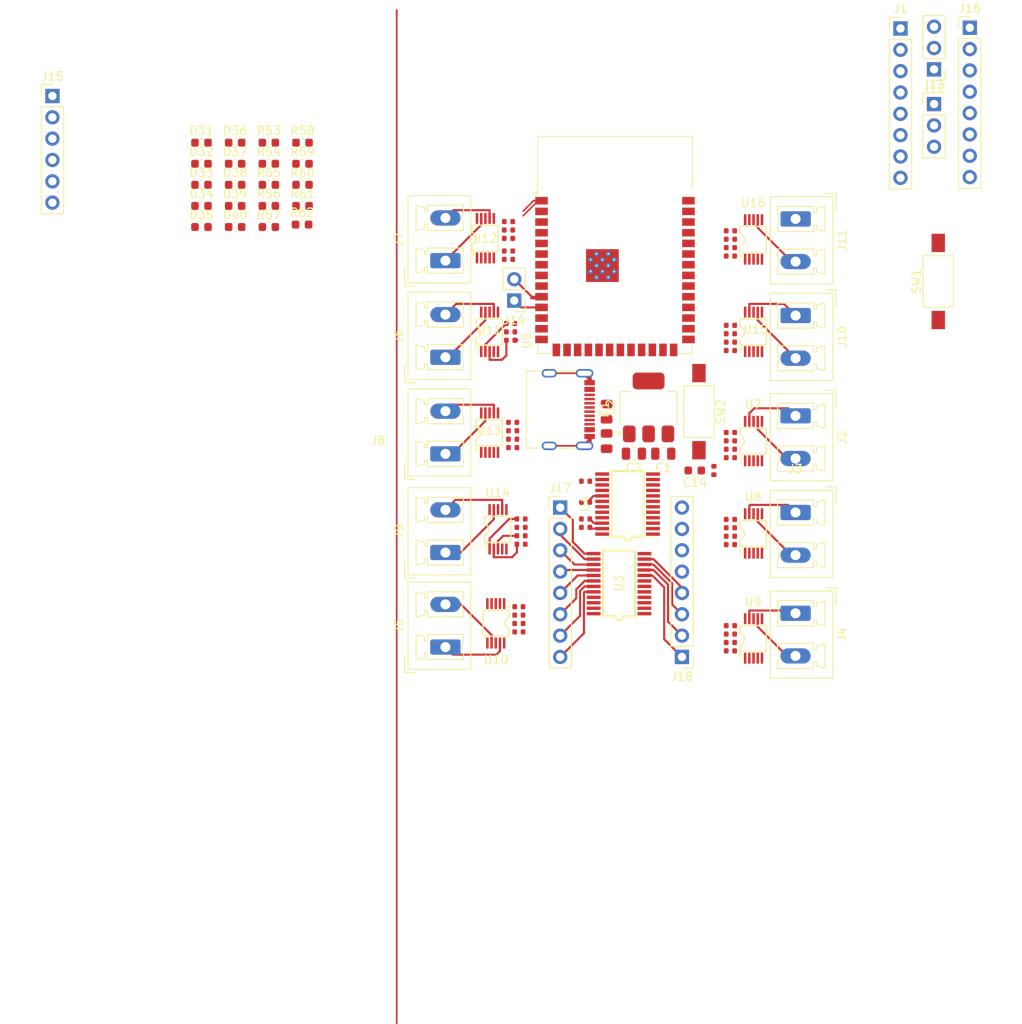
<source format=kicad_pcb>
(kicad_pcb (version 20241229) (generator "pcbnew") (generator_version "9.0")
  (layers (0 "F.Cu" signal) (2 "B.Cu" signal) (13 "F.Paste" user) (15 "B.Paste" user) (5 "F.SilkS" user "F.Silkscreen") (7 "B.SilkS" user "B.Silkscreen") (1 "F.Mask" user) (3 "B.Mask" user) (25 "Edge.Cuts" user))
  (net 0 "")
  (net 1 "/EN_PIN")
  (net 2 "+3.3V")
  (net 3 "+5V")
  (net 4 "Net-(U7-REG)")
  (net 5 "GND")
  (net 6 "Net-(U8-REG)")
  (net 7 "Net-(U9-REG)")
  (net 8 "Net-(U10-REG)")
  (net 9 "Net-(U11-REG)")
  (net 10 "Net-(U12-REG)")
  (net 11 "Net-(U13-REG)")
  (net 12 "Net-(U14-REG)")
  (net 13 "Net-(U15-REG)")
  (net 14 "Net-(U16-REG)")
  (net 15 "Net-(P1-D+)")
  (net 16 "Net-(P1-CC)")
  (net 17 "Net-(P1-VCONN)")
  (net 18 "/f1-reset")
  (net 19 "sda")
  (net 20 "scl")
  (net 21 "/f2-reset")
  (net 22 "/GPIOEN")
  (net 23 "Net-(J2-Pin_2)")
  (net 24 "Net-(J2-Pin_1)")
  (net 25 "Net-(J3-Pin_2)")
  (net 26 "Net-(J3-Pin_1)")
  (net 27 "Net-(J4-Pin_1)")
  (net 28 "Net-(J4-Pin_2)")
  (net 29 "Net-(J5-Pin_2)")
  (net 30 "Net-(J5-Pin_1)")
  (net 31 "Net-(J6-Pin_2)")
  (net 32 "Net-(J6-Pin_1)")
  (net 33 "Net-(J7-Pin_1)")
  (net 34 "Net-(J7-Pin_2)")
  (net 35 "Net-(J8-Pin_1)")
  (net 36 "Net-(J8-Pin_2)")
  (net 37 "Net-(J9-Pin_1)")
  (net 38 "Net-(J9-Pin_2)")
  (net 40 "Net-(J10-Pin_1)")
  (net 41 "Net-(J10-Pin_2)")
  (net 42 "Net-(J11-Pin_2)")
  (net 43 "Net-(J11-Pin_1)")
  (net 44 "/f1-sd7")
  (net 45 "/f1-sd6")
  (net 46 "/f1-sd0")
  (net 47 "/f1-sd1")
  (net 48 "/f1-sd2")
  (net 49 "/f1-sd3")
  (net 50 "/f1-sd5")
  (net 51 "/f1-sd4")
  (net 52 "/f2-sd0")
  (net 53 "/f2-sd1")
  (net 54 "/f1-sc7")
  (net 55 "/f1-sc6")
  (net 56 "/f1-sc0")
  (net 57 "/f1-sc1")
  (net 58 "/f1-sc2")
  (net 59 "/f1-sc3")
  (net 60 "/f1-sc5")
  (net 61 "/f1-sc4")
  (net 62 "/f2-sc0")
  (net 63 "/f2-sc1")
  (net 64 "Net-(D31-A)")
  (net 65 "Net-(D32-A)")
  (net 66 "Net-(D33-A)")
  (net 67 "Net-(D34-A)")
  (net 68 "Net-(D35-A)")
  (net 69 "Net-(D36-A)")
  (net 70 "Net-(D37-A)")
  (net 71 "Net-(D38-A)")
  (net 72 "Net-(D39-A)")
  (net 73 "Net-(D40-A)")
  (net 74 "Net-(J1-Pin_2)")
  (net 75 "Net-(J1-Pin_1)")
  (net 76 "Net-(J1-Pin_5)")
  (net 77 "Net-(J1-Pin_7)")
  (net 78 "Net-(J1-Pin_8)")
  (net 79 "Net-(J1-Pin_3)")
  (net 80 "Net-(J1-Pin_4)")
  (net 81 "Net-(J1-Pin_6)")
  (net 82 "Net-(J12-Pin_1)")
  (net 83 "Net-(J12-Pin_3)")
  (net 84 "Net-(J12-Pin_2)")
  (net 85 "Net-(J13-Pin_1)")
  (net 86 "Net-(J13-Pin_2)")
  (net 87 "Net-(J13-Pin_3)")
  (net 88 "Net-(J14-Pin_1)")
  (net 89 "Net-(J14-Pin_2)")
  (net 90 "/rx")
  (net 91 "Net-(J15-Pin_6)")
  (net 92 "/tx")
  (net 94 "Net-(J17-Pin_3)")
  (net 95 "Net-(J17-Pin_6)")
  (net 96 "Net-(J17-Pin_4)")
  (net 97 "Net-(J17-Pin_7)")
  (net 98 "Net-(J17-Pin_2)")
  (net 99 "Net-(J17-Pin_1)")
  (net 100 "Net-(J17-Pin_8)")
  (net 101 "Net-(J17-Pin_5)")
  (net 102 "Net-(J18-Pin_3)")
  (net 103 "Net-(J18-Pin_7)")
  (net 104 "Net-(J18-Pin_1)")
  (net 105 "Net-(J18-Pin_6)")
  (net 106 "Net-(J18-Pin_2)")
  (net 107 "Net-(J18-Pin_5)")
  (net 108 "Net-(J18-Pin_8)")
  (net 109 "Net-(J18-Pin_4)")
  (net 110 "Net-(P1-D-)")
  (net 111 "Net-(U5-IO5)")
  (net 112 "Net-(U5-IO4)")
  (net 113 "Net-(U5-IO6)")
  (net 114 "Net-(U5-IO7)")
  (net 115 "Net-(U5-IO15)")
  (net 116 "Net-(U5-IO16)")
  (net 117 "Net-(U5-IO11)")
  (net 118 "Net-(U5-IO12)")
  (net 119 "Net-(U5-IO13)")
  (net 120 "Net-(U5-IO14)")
  (net 121 "/BOOT_PIN")
  (footprint "PCM_JLCPCB:R_0402" (layer "F.Cu") (at 200.25 98.475171 180)
    (property "Reference" "R21" (hide yes))
    (property "Value" "4.7kΩ" (hide yes))
  )
  (footprint "Connector_PinHeader_2.54mm:PinHeader_1x03_P2.54mm_Vertical" (layer "F.Cu") (at 224.5 35.385)
    (property "Reference" "J13")
    (property "Value" "Conn_01x03_Pin")
  )
  (footprint "Connector_PinHeader_2.54mm:PinHeader_1x03_P2.54mm_Vertical" (layer "F.Cu") (at 224.5 31.255 180)
    (property "Reference" "J12")
    (property "Value" "Conn_01x03_Pin")
  )
  (footprint "Capacitor_SMD:C_0603_1608Metric" (layer "F.Cu") (at 141.265 39.98)
    (property "Reference" "D36")
    (property "Value" "LED")
  )
  (footprint "Connector_PinHeader_2.54mm:PinHeader_1x08_P2.54mm_Vertical" (layer "F.Cu") (at 179.977394 83.419937)
    (property "Reference" "J17")
    (property "Value" "Conn_01x08_Pin")
  )
  (footprint "PCM_JLCPCB:C_0402" (layer "F.Cu") (at 175.315 84.774829)
    (property "Reference" "C10" (hide yes))
    (property "Value" "1uF")
  )
  (footprint "Capacitor_SMD:C_0603_1608Metric" (layer "F.Cu") (at 145.275 47.51)
    (property "Reference" "R56")
    (property "Value" "220")
  )
  (footprint "Capacitor_SMD:C_0805_2012Metric" (layer "F.Cu") (at 188.75 77 180)
    (property "Reference" "C2")
    (property "Value" "10uF")
  )
  (footprint "PCM_JLCPCB:C_0402" (layer "F.Cu") (at 200.249873 86.825184 180)
    (property "Reference" "C32" (hide yes))
    (property "Value" "100nF")
  )
  (footprint "PCM_JLCPCB:R_0402" (layer "F.Cu") (at 175.05 95.217329)
    (property "Reference" "R32" (hide yes))
    (property "Value" "4.7kΩ" (hide yes))
  )
  (footprint "Capacitor_SMD:C_0603_1608Metric" (layer "F.Cu") (at 141.265 45)
    (property "Reference" "D38")
    (property "Value" "LED")
  )
  (footprint "PCM_JLCPCB:R_0402" (layer "F.Cu") (at 200.25 50.475171 180)
    (property "Reference" "R26" (hide yes))
    (property "Value" "4.7kΩ" (hide yes))
  )
  (footprint "PCM_JLCPCB:C_0402" (layer "F.Cu") (at 173.815 51.374842)
    (property "Reference" "C8" (hide yes))
    (property "Value" "1uF")
  )
  (footprint "PCM_JLCPCB:R_0402" (layer "F.Cu") (at 200.249873 84.825184 180)
    (property "Reference" "R30" (hide yes))
    (property "Value" "4.7kΩ" (hide yes))
  )
  (footprint "PCM_JLCPCB:R_0402" (layer "F.Cu") (at 173.815 53.874842)
    (property "Reference" "R3" (hide yes))
    (property "Value" "4.7kΩ" (hide yes))
  )
  (footprint "Connector_Phoenix_MC_HighVoltage:PhoenixContact_MCV_1,5_2-G-5.08_1x02_P5.08mm_Vertical" (layer "F.Cu") (at 208.0075 60.5575 -90)
    (property "Reference" "J10")
    (property "Value" "Screw_Terminal_01x02")
  )
  (footprint "PCM_JLCPCB:C_0402" (layer "F.Cu") (at 173.815 50.374842)
    (property "Reference" "C27" (hide yes))
    (property "Value" "100nF")
  )
  (footprint "Capacitor_SMD:C_0603_1608Metric" (layer "F.Cu") (at 149.285 42.49)
    (property "Reference" "R59")
    (property "Value" "220")
  )
  (footprint "Package_TO_SOT_SMD:SOT-223-3_TabPin2" (layer "F.Cu") (at 190.5 71.5 90)
    (property "Reference" "U2")
    (property "Value" "AP1117-33")
  )
  (footprint "TCA9548APWR:driver_footprint_maybe" (layer "F.Cu") (at 203 99)
    (property "Reference" "U9")
    (property "Value" "DRV2605LDGSR")
  )
  (footprint "PCM_JLCPCB:R_0402" (layer "F.Cu") (at 175.315 87.774829)
    (property "Reference" "R34" (hide yes))
    (property "Value" "4.7kΩ" (hide yes))
  )
  (footprint "Capacitor_SMD:C_0603_1608Metric" (layer "F.Cu") (at 145.275 45)
    (property "Reference" "R55")
    (property "Value" "220")
  )
  (footprint "PCM_JLCPCB:R_0402" (layer "F.Cu") (at 200.25 53.475171 180)
    (property "Reference" "R36" (hide yes))
    (property "Value" "4.7kΩ" (hide yes))
  )
  (footprint "TCA9548APWR:driver_footprint_maybe" (layer "F.Cu") (at 171.065 51.350013)
    (property "Reference" "U12")
    (property "Value" "DRV2605LDGSR")
  )
  (footprint "PCM_JLCPCB:C_0402" (layer "F.Cu") (at 175.05 96.217329)
    (property "Reference" "C6" (hide yes))
    (property "Value" "1uF")
  )
  (footprint "Capacitor_SMD:C_0603_1608Metric" (layer "F.Cu") (at 149.285 39.98)
    (property "Reference" "R58")
    (property "Value" "220")
  )
  (footprint "PCM_JLCPCB:R_0402" (layer "F.Cu") (at 200.25 97.475171 180)
    (property "Reference" "R31" (hide yes))
    (property "Value" "4.7kΩ" (hide yes))
  )
  (footprint "PCM_JLCPCB:R_0402" (layer "F.Cu") (at 174.315 76.274829)
    (property "Reference" "R33" (hide yes))
    (property "Value" "4.7kΩ" (hide yes))
  )
  (footprint "PCM_JLCPCB:C_0402" (layer "F.Cu") (at 200.25 52.475171 180)
    (property "Reference" "C12" (hide yes))
    (property "Value" "1uF")
  )
  (footprint "PCM_JLCPCB:C_0402" (layer "F.Cu") (at 174.315 74.274829)
    (property "Reference" "C25" (hide yes))
    (property "Value" "100nF")
  )
  (footprint "Button_Switch_SMD:SW_SPST_FSMSM" (layer "F.Cu") (at 196.5 72 -90)
    (property "Reference" "SW2")
    (property "Value" "SW_SPST")
  )
  (footprint "PCM_JLCPCB:R_0402" (layer "F.Cu") (at 200.25 64.725171 180)
    (property "Reference" "R35" (hide yes))
    (property "Value" "4.7kΩ" (hide yes))
  )
  (footprint "Capacitor_SMD:C_0805_2012Metric" (layer "F.Cu") (at 192.25 77 180)
    (property "Reference" "C1")
    (property "Value" "22uF")
  )
  (footprint "PCM_JLCPCB:C_0402" (layer "F.Cu") (at 174.315 73.274829)
    (property "Reference" "C9" (hide yes))
    (property "Value" "1uF")
  )
  (footprint "TCA9548APWR:driver_footprint_maybe" (layer "F.Cu") (at 203 86.5)
    (property "Reference" "U8")
    (property "Value" "DRV2605LDGSR")
  )
  (footprint "PCM_JLCPCB:R_0402" (layer "F.Cu") (at 175.315 86.774829)
    (property "Reference" "R24" (hide yes))
    (property "Value" "4.7kΩ" (hide yes))
  )
  (footprint "Capacitor_SMD:C_0603_1608Metric" (layer "F.Cu") (at 141.265 47.51)
    (property "Reference" "D39")
    (property "Value" "LED")
  )
  (footprint "PCM_JLCPCB:R_0402" (layer "F.Cu") (at 200.25 74.475171 180)
    (property "Reference" "R29" (hide yes))
    (property "Value" "4.7kΩ" (hide yes))
  )
  (footprint "TCA9548APWR:TSSOP-24_L7.8-W4.4-P0.65-LS6.4-BL" (layer "F.Cu") (at 186.977394 92.475108 90)
    (property "Reference" "U3")
    (property "Value" "TCA9548APWR")
  )
  (footprint "Connector_PinHeader_2.54mm:PinHeader_1x06_P2.54mm_Vertical" (layer "F.Cu") (at 119.5 34.42)
    (property "Reference" "J15")
    (property "Value" "Conn_01x06_Pin")
  )
  (footprint "PCM_JLCPCB:R_0402" (layer "F.Cu") (at 173.815 52.874842)
    (property "Reference" "R5" (hide yes))
    (property "Value" "4.7kΩ" (hide yes))
  )
  (footprint "Capacitor_SMD:C_0603_1608Metric" (layer "F.Cu") (at 141.265 42.49)
    (property "Reference" "D37")
    (property "Value" "LED")
  )
  (footprint "PCM_JLCPCB:C_0402" (layer "F.Cu") (at 200.25 99.475171 180)
    (property "Reference" "C33" (hide yes))
    (property "Value" "100nF")
  )
  (footprint "PCM_JLCPCB:R_0402" (layer "F.Cu") (at 174.065 61.5)
    (property "Reference" "R27" (hide yes))
    (property "Value" "4.7kΩ" (hide yes))
  )
  (footprint "Capacitor_SMD:C_0603_1608Metric" (layer "F.Cu") (at 149.285 47.51)
    (property "Reference" "R61")
    (property "Value" "220")
  )
  (footprint "TCA9548APWR:driver_footprint_maybe" (layer "F.Cu") (at 171.565 62.5)
    (property "Reference" "U11")
    (property "Value" "DRV2605LDGSR")
  )
  (footprint "Connector_Phoenix_MC_HighVoltage:PhoenixContact_MCV_1,5_2-G-5.08_1x02_P5.08mm_Vertical" (layer "F.Cu") (at 166.3075 65.5225 90)
    (property "Reference" "J6")
    (property "Value" "Screw_Terminal_01x02")
  )
  (footprint "Capacitor_SMD:C_0603_1608Metric" (layer "F.Cu") (at 196 79 180)
    (property "Reference" "C14")
    (property "Value" "100nF")
  )
  (footprint "PCM_JLCPCB:R_0402" (layer "F.Cu") (at 200.25 61.725171 180)
    (property "Reference" "R25" (hide yes))
    (property "Value" "4.7kΩ" (hide yes))
  )
  (footprint "PCM_JLCPCB:R_0402" (layer "F.Cu") (at 173.815 49.374842)
    (property "Reference" "R28" (hide yes))
    (property "Value" "4.7kΩ" (hide yes))
  )
  (footprint "PCM_JLCPCB:C_0402" (layer "F.Cu") (at 200.25 76.475171 180)
    (property "Reference" "C35" (hide yes))
    (property "Value" "100nF")
  )
  (footprint "PCM_JLCPCB:C_0402" (layer "F.Cu") (at 175.315 85.774829)
    (property "Reference" "C36" (hide yes))
    (property "Value" "100nF")
  )
  (footprint "PCM_JLCPCB:R_0402" (layer "F.Cu") (at 175.05 98.217329)
    (property "Reference" "R22" (hide yes))
    (property "Value" "4.7kΩ" (hide yes))
  )
  (footprint "TCA9548APWR:driver_footprint_maybe" (layer "F.Cu") (at 171.565 74.5)
    (property "Reference" "U13")
    (property "Value" "DRV2605LDGSR")
  )
  (footprint "Capacitor_SMD:C_0603_1608Metric" (layer "F.Cu") (at 137.255 39.98)
    (property "Reference" "D31")
    (property "Value" "LED")
  )
  (footprint "TCA9548APWR:driver_footprint_maybe" (layer "F.Cu") (at 172.565 86)
    (property "Reference" "U14")
    (property "Value" "DRV2605LDGSR")
  )
  (footprint "Connector_Phoenix_MC_HighVoltage:PhoenixContact_MCV_1,5_2-G-5.08_1x02_P5.08mm_Vertical" (layer "F.Cu") (at 208.0075 49.0575 -90)
    (property "Reference" "J11")
    (property "Value" "Screw_Terminal_01x02")
  )
  (footprint "PCM_JLCPCB:R_0805" (layer "F.Cu") (at 185.5 72 90)
    (property "Reference" "R2" (hide yes))
    (property "Value" "5.1kΩ")
  )
  (footprint "Connector_Phoenix_MC_HighVoltage:PhoenixContact_MCV_1,5_2-G-5.08_1x02_P5.08mm_Vertical" (layer "F.Cu") (at 208 72.5 -90)
    (property "Reference" "J2")
    (property "Value" "Screw_Terminal_01x02")
  )
  (footprint "Capacitor_SMD:C_0603_1608Metric" (layer "F.Cu") (at 149.285 45)
    (property "Reference" "R60")
    (property "Value" "220")
  )
  (footprint "PCM_JLCPCB:R_0402" (layer "F.Cu") (at 183 84.774829)
    (property "Reference" "R6" (hide yes))
    (property "Value" "4.7kΩ" (hide yes))
  )
  (footprint "TCA9548APWR:driver_footprint_maybe" (layer "F.Cu") (at 172.3 97.1925 180)
    (property "Reference" "U10")
    (property "Value" "DRV2605LDGSR")
  )
  (footprint "PCM_JLCPCB:C_0402" (layer "F.Cu") (at 200.25 100.475171 180)
    (property "Reference" "C5" (hide yes))
    (property "Value" "1uF")
  )
  (footprint "Connector_PinHeader_2.54mm:PinHeader_1x08_P2.54mm_Vertical" (layer "F.Cu") (at 220.5 26.385)
    (property "Reference" "J1")
    (property "Value" "Conn_01x08_Pin")
  )
  (footprint "PCM_JLCPCB:C_0402" (layer "F.Cu") (at 175.05 97.217329)
    (property "Reference" "C29" (hide yes))
    (property "Value" "100nF")
  )
  (footprint "Capacitor_SMD:C_0603_1608Metric" (layer "F.Cu") (at 145.275 50.02)
    (property "Reference" "R57")
    (property "Value" "220")
  )
  (footprint "Button_Switch_SMD:SW_SPST_FSMSM" (layer "F.Cu") (at 225 56.5 90)
    (property "Reference" "SW1")
    (property "Value" "SW_SPST")
  )
  (footprint "PCM_JLCPCB:C_0402" (layer "F.Cu") (at 200.25 75.475171 180)
    (property "Reference" "C3" (hide yes))
    (property "Value" "1uF")
  )
  (footprint "Connector_Phoenix_MC_HighVoltage:PhoenixContact_MCV_1,5_2-G-5.08_1x02_P5.08mm_Vertical" (layer "F.Cu") (at 166.3075 54.0225 90)
    (property "Reference" "J7")
    (property "Value" "Screw_Terminal_01x02")
  )
  (footprint "Connector_Phoenix_MC_HighVoltage:PhoenixContact_MCV_1,5_2-G-5.08_1x02_P5.08mm_Vertical" (layer "F.Cu") (at 166.3075 77.0225 90)
    (property "Reference" "J8")
    (property "Value" "Screw_Terminal_01x02")
  )
  (footprint "Connector_PinHeader_2.54mm:PinHeader_1x08_P2.54mm_Vertical" (layer "F.Cu") (at 194.477394 101.199937 180)
    (property "Reference" "J18")
    (property "Value" "Conn_01x08_Pin")
  )
  (footprint "Connector_PinHeader_2.54mm:PinHeader_1x08_P2.54mm_Vertical" (layer "F.Cu") (at 228.75 26.3)
    (property "Reference" "J16")
    (property "Value" "Conn_01x01_Pin")
  )
  (footprint "PCM_JLCPCB:R_0805" (layer "F.Cu") (at 185.5 75.5 90)
    (property "Reference" "R1" (hide yes))
    (property "Value" "5.1kΩ")
  )
  (footprint "Connector_Phoenix_MC_HighVoltage:PhoenixContact_MCV_1,5_2-G-5.08_1x02_P5.08mm_Vertical" (layer "F.Cu") (at 166.3075 100.0225 90)
    (property "Reference" "J5")
    (property "Value" "Screw_Terminal_01x02")
  )
  (footprint "TCA9548APWR:driver_footprint_maybe" (layer "F.Cu") (at 203 51.5)
    (property "Reference" "U16")
    (property "Value" "DRV2605LDGSR")
  )
  (footprint "Capacitor_SMD:C_0603_1608Metric" (layer "F.Cu") (at 137.255 45)
    (property "Reference" "D33")
    (property "Value" "LED")
  )
  (footprint "TCA9548APWR:driver_footprint_maybe" (layer "F.Cu") (at 203 62.5)
    (property "Reference" "U15")
    (property "Value" "DRV2605LDGSR")
  )
  (footprint "Capacitor_SMD:C_0603_1608Metric" (layer "F.Cu") (at 145.275 42.49)
    (property "Reference" "R54")
    (property "Value" "220")
  )
  (footprint "Capacitor_SMD:C_0603_1608Metric" (layer "F.Cu") (at 137.255 47.51)
    (property "Reference" "D34")
    (property "Value" "LED")
  )
  (footprint "Connector_PinHeader_2.54mm:PinHeader_1x02_P2.54mm_Vertical" (layer "F.Cu") (at 174.5 58.775 180)
    (property "Reference" "J14")
    (property "Value" "Conn_01x02_Pin")
  )
  (footprint "Capacitor_SMD:C_0603_1608Metric" (layer "F.Cu") (at 141.265 50.02)
    (property "Reference" "D40")
    (property "Value" "LED")
  )
  (footprint "PCM_JLCPCB:C_0402" (layer "F.Cu") (at 200.249873 87.825184 180)
    (property "Reference" "C4" (hide yes))
    (property "Value" "1uF")
  )
  (footprint "PCM_JLCPCB:R_0402" (layer "F.Cu") (at 200.249873 85.825184 180)
    (property "Reference" "R20" (hide yes))
    (property "Value" "4.7kΩ" (hide yes))
  )
  (footprint "PCM_JLCPCB:C_0402" (layer "F.Cu") (at 183 80.274829)
    (property "Reference" "C30" (hide yes))
    (property "Value" "100nF")
  )
  (footprint "RF_Module:ESP32-S3-WROOM-1" (layer "F.Cu") (at 186.5 52.15)
    (property "Reference" "U5")
    (property "Value" "ESP32-S3-WROOM-1")
  )
  (footprint "PCM_JLCPCB:C_0402" (layer "F.Cu") (at 174.065 62.5)
    (property "Reference" "C7" (hide yes))
    (property "Value" "1uF")
  )
  (footprint "Capacitor_SMD:C_0603_1608Metric" (layer "F.Cu") (at 149.23 49.73)
    (property "Reference" "R62")
    (property "Value" "220")
  )
  (footprint "Capacitor_SMD:C_0603_1608Metric" (layer "F.Cu") (at 137.255 50.02)
    (property "Reference" "D35")
    (property "Value" "LED")
  )
  (footprint "PCM_JLCPCB:C_0402" (layer "F.Cu") (at 200.25 62.725171 180)
    (property "Reference" "C11" (hide yes))
    (property "Value" "1uF")
  )
  (footprint "TCA9548APWR:driver_footprint_maybe" (layer "F.Cu") (at 203 75.5)
    (property "Reference" "U7")
    (property "Value" "DRV2605LDGSR")
  )
  (footprint "PCM_JLCPCB:R_0402" (layer "F.Cu") (at 198.275 79 -90)
    (property "Reference" "R7" (hide yes))
    (property "Value" "10kΩ" (hide yes))
  )
  (footprint "Capacitor_SMD:C_0603_1608Metric" (layer "F.Cu") (at 137.255 42.49)
    (property "Reference" "D32")
    (property "Value" "LED")
  )
  (footprint "PCM_JLCPCB:C_0402" (layer "F.Cu") (at 200.25 51.475171 180)
    (property "Reference" "C24" (hide yes))
    (property "Value" "100nF")
  )
  (footprint "PCM_JLCPCB:R_0402" (layer "F.Cu") (at 174.065 63.5)
    (property "Reference" "R17" (hide yes))
    (property "Value" "4.7kΩ" (hide yes))
  )
  (footprint "PCM_JLCPCB:R_0402" (layer "F.Cu") (at 200.25 77.475171 180)
    (property "Reference" "R19" (hide yes))
    (property "Value" "4.7kΩ" (hide yes))
  )
  (footprint "PCM_JLCPCB:C_0402" (layer "F.Cu") (at 200.25 63.725171 180)
    (property "Reference" "C13" (hide yes))
    (property "Value" "100nF")
  )
  (footprint "Connector_Phoenix_MC_HighVoltage:PhoenixContact_MCV_1,5_2-G-5.08_1x02_P5.08mm_Vertical" (layer "F.Cu") (at 208 96 -90)
    (property "Reference" "J4")
    (property "Value" "Screw_Terminal_01x02")
  )
  (footprint "Connector_Phoenix_MC_HighVoltage:PhoenixContact_MCV_1,5_2-G-5.08_1x02_P5.08mm_Vertical" (layer "F.Cu") (at 166.3075 88.7725 90)
    (property "Reference" "J9")
    (property "Value" "Screw_Terminal_01x02")
  )
  (footprint "PCM_JLCPCB:R_0402" (layer "F.Cu") (at 183 82.774829 180)
    (property "Reference" "R18" (hide yes))
    (property "Value" "4.7kΩ" (hide yes))
  )
  (footprint "Connector_Phoenix_MC_HighVoltage:PhoenixContact_MCV_1,5_2-G-5.08_1x02_P5.08mm_Vertical" (layer "F.Cu") (at 208 84 -90)
    (property "Reference" "J3")
    (property "Value" "Screw_Terminal_01x02")
  )
  (footprint "TCA9548APWR:TSSOP-24_L7.8-W4.4-P0.65-LS6.4-BL" (layer "F.Cu") (at 188 83 90)
    (property "Reference" "U4")
    (property "Value" "TCA9548APWR")
  )
  (footprint "Connector_USB:USB_C_Receptacle_G-Switch_GT-USB-7010ASV" (layer "F.Cu") (at 179.75 71.75 -90)
    (property "Reference" "P1")
    (property "Value" "USB_C_Plug_USB2.0")
  )
  (footprint "PCM_JLCPCB:R_0402" (layer "F.Cu") (at 183 85.774829)
    (property "Reference" "R4" (hide yes))
    (property "Value" "4.7kΩ" (hide yes))
  )
  (footprint "Capacitor_SMD:C_0603_1608Metric" (layer "F.Cu") (at 145.275 39.98)
    (property "Reference" "R53")
    (property "Value" "220")
  )
  (footprint "PCM_JLCPCB:R_0402" (layer "F.Cu") (at 174.315 75.274829)
    (property "Reference" "R23" (hide yes))
    (property "Value" "4.7kΩ" (hide yes))
  )
  (gr_line (start 160.5 144.8) (end 160.5 24.2) (stroke (width 0.2)) (layer "F.Cu") (net 5))
  (segment (start 174.565 63.5) (end 174.720338 63.5) (width 0.508) (layer "F.Cu") (net 3))
  (segment (start 183.475 74.95) (end 183.475 75.47) (width 0.508) (layer "F.Cu") (net 5))
  (segment (start 183.475 75.47) (end 182.875 76.07) (width 0.508) (layer "F.Cu") (net 5))
  (segment (start 176.8 46.89) (end 175.57 48.12) (width 0.2) (layer "F.Cu") (net 5))
  (segment (start 160.5 24.2) (end 160.5 25) (width 0.2) (layer "F.Cu") (net 5))
  (segment (start 183.475 68.55) (end 183.475 68.03) (width 0.508) (layer "F.Cu") (net 5))
  (segment (start 179.43 76.07) (end 182.875 76.07) (width 0.2) (layer "F.Cu") (net 5))
  (segment (start 183.475 68.03) (end 182.875 67.43) (width 0.508) (layer "F.Cu") (net 5))
  (segment (start 177.355 46.89) (end 177.75 46.89) (width 0.2) (layer "F.Cu") (net 5))
  (segment (start 178.12 67.43) (end 182.875 67.43) (width 0.2) (layer "F.Cu") (net 5))
  (segment (start 175.57 48.675) (end 177.355 46.89) (width 0.2) (layer "F.Cu") (net 5))
  (segment (start 177.75 46.89) (end 176.8 46.89) (width 0.2) (layer "F.Cu") (net 5))
  (segment (start 171.565127 88.350013) (end 171.565127 87.105733) (width 0.254) (layer "F.Cu") (net 12))
  (segment (start 171.565127 87.105733) (end 173.896031 84.774829) (width 0.254) (layer "F.Cu") (net 12))
  (segment (start 173.896031 84.774829) (end 174.815 84.774829) (width 0.254) (layer "F.Cu") (net 12))
  (segment (start 183.5 85.774829) (end 183.649987 85.924816) (width 0.254) (layer "F.Cu") (net 19))
  (segment (start 183.649987 85.924816) (end 184.977394 85.924816) (width 0.254) (layer "F.Cu") (net 19))
  (segment (start 184 85.274829) (end 184.977394 85.274829) (width 0.254) (layer "F.Cu") (net 20))
  (segment (start 183.5 84.774829) (end 184 85.274829) (width 0.254) (layer "F.Cu") (net 20))
  (segment (start 208 77.58) (end 206.973886 77.58) (width 0.254) (layer "F.Cu") (net 23))
  (segment (start 203.5 74.106114) (end 203.5 73.149987) (width 0.254) (layer "F.Cu") (net 23))
  (segment (start 206.973886 77.58) (end 203.5 74.106114) (width 0.254) (layer "F.Cu") (net 23))
  (segment (start 203.094114 71.6) (end 202.5 72.194114) (width 0.254) (layer "F.Cu") (net 24))
  (segment (start 208 72.5) (end 207.1 71.6) (width 0.254) (layer "F.Cu") (net 24))
  (segment (start 202.5 72.194114) (end 202.5 73.149987) (width 0.254) (layer "F.Cu") (net 24))
  (segment (start 207.1 71.6) (end 203.094114 71.6) (width 0.254) (layer "F.Cu") (net 24))
  (segment (start 203.5 85.106114) (end 203.5 84.149987) (width 0.254) (layer "F.Cu") (net 25))
  (segment (start 208 89.08) (end 207.473886 89.08) (width 0.254) (layer "F.Cu") (net 25))
  (segment (start 207.473886 89.08) (end 203.5 85.106114) (width 0.254) (layer "F.Cu") (net 25))
  (segment (start 202.5 83.194114) (end 202.5 84.149987) (width 0.254) (layer "F.Cu") (net 26))
  (segment (start 207.1 83.1) (end 202.594114 83.1) (width 0.254) (layer "F.Cu") (net 26))
  (segment (start 202.594114 83.1) (end 202.5 83.194114) (width 0.254) (layer "F.Cu") (net 26))
  (segment (start 208 84) (end 207.1 83.1) (width 0.254) (layer "F.Cu") (net 26))
  (segment (start 202.522127 95.671987) (end 202.5 95.694114) (width 0.254) (layer "F.Cu") (net 27))
  (segment (start 208 96) (end 207.671987 95.671987) (width 0.254) (layer "F.Cu") (net 27))
  (segment (start 207.671987 95.671987) (end 202.522127 95.671987) (width 0.254) (layer "F.Cu") (net 27))
  (segment (start 202.5 95.694114) (end 202.5 96.649987) (width 0.254) (layer "F.Cu") (net 27))
  (segment (start 206.973886 101.08) (end 203.5 97.606114) (width 0.254) (layer "F.Cu") (net 28))
  (segment (start 203.5 97.606114) (end 203.5 96.649987) (width 0.254) (layer "F.Cu") (net 28))
  (segment (start 208 101.08) (end 206.973886 101.08) (width 0.254) (layer "F.Cu") (net 28))
  (segment (start 168.156114 94.9425) (end 171.8 98.586386) (width 0.254) (layer "F.Cu") (net 29))
  (segment (start 171.8 98.586386) (end 171.8 99.542513) (width 0.254) (layer "F.Cu") (net 29))
  (segment (start 166.3075 94.9425) (end 168.156114 94.9425) (width 0.254) (layer "F.Cu") (net 29))
  (segment (start 167.2075 100.9225) (end 172.375886 100.9225) (width 0.254) (layer "F.Cu") (net 30))
  (segment (start 172.8 100.498386) (end 172.8 99.542513) (width 0.254) (layer "F.Cu") (net 30))
  (segment (start 172.375886 100.9225) (end 172.8 100.498386) (width 0.254) (layer "F.Cu") (net 30))
  (segment (start 166.3075 100.0225) (end 167.2075 100.9225) (width 0.254) (layer "F.Cu") (net 30))
  (segment (start 166.3075 60.4425) (end 167.578013 59.171987) (width 0.254) (layer "F.Cu") (net 31))
  (segment (start 167.578013 59.171987) (end 172.043127 59.171987) (width 0.254) (layer "F.Cu") (net 31))
  (segment (start 172.043127 59.171987) (end 172.065 59.19386) (width 0.254) (layer "F.Cu") (net 31))
  (segment (start 172.065 59.19386) (end 172.065 60.149987) (width 0.254) (layer "F.Cu") (net 31))
  (segment (start 171.065 61.10586) (end 171.065 60.149987) (width 0.254) (layer "F.Cu") (net 32))
  (segment (start 166.3075 65.5225) (end 166.64836 65.5225) (width 0.254) (layer "F.Cu") (net 32))
  (segment (start 166.64836 65.5225) (end 171.065 61.10586) (width 0.254) (layer "F.Cu") (net 32))
  (segment (start 166.3075 54.0225) (end 170.565 49.765) (width 0.254) (layer "F.Cu") (net 33))
  (segment (start 170.565 49.765) (end 170.565 49) (width 0.254) (layer "F.Cu") (net 33))
  (segment (start 167.228 48.022) (end 171.543127 48.022) (width 0.254) (layer "F.Cu") (net 34))
  (segment (start 171.543127 48.022) (end 171.565 48.043873) (width 0.254) (layer "F.Cu") (net 34))
  (segment (start 166.3075 48.9425) (end 167.228 48.022) (width 0.254) (layer "F.Cu") (net 34))
  (segment (start 171.565 48.043873) (end 171.565 49) (width 0.254) (layer "F.Cu") (net 34))
  (segment (start 171.065 73.10586) (end 171.065 72.149987) (width 0.254) (layer "F.Cu") (net 35))
  (segment (start 167.14836 77.0225) (end 171.065 73.10586) (width 0.254) (layer "F.Cu") (net 35))
  (segment (start 166.3075 77.0225) (end 167.14836 77.0225) (width 0.254) (layer "F.Cu") (net 35))
  (segment (start 172.043127 71.171987) (end 172.065 71.19386) (width 0.254) (layer "F.Cu") (net 36))
  (segment (start 166.3075 71.9425) (end 167.078013 71.171987) (width 0.254) (layer "F.Cu") (net 36))
  (segment (start 167.078013 71.171987) (end 172.043127 71.171987) (width 0.254) (layer "F.Cu") (net 36))
  (segment (start 172.065 71.19386) (end 172.065 72.149987) (width 0.254) (layer "F.Cu") (net 36))
  (segment (start 166.3075 88.7725) (end 168.1075 88.7725) (width 0.254) (layer "F.Cu") (net 37))
  (segment (start 172.065 84.815) (end 172.065 83.649987) (width 0.254) (layer "F.Cu") (net 37))
  (segment (start 168.1075 88.7725) (end 172.065 84.815) (width 0.254) (layer "F.Cu") (net 37))
  (segment (start 173.065 82.5) (end 173.065 83.649987) (width 0.254) (layer "F.Cu") (net 38))
  (segment (start 166.3075 83.6925) (end 167.5 82.5) (width 0.254) (layer "F.Cu") (net 38))
  (segment (start 167.5 82.5) (end 173.065 82.5) (width 0.254) (layer "F.Cu") (net 38))
  (segment (start 202.522127 59.171987) (end 202.5 59.194114) (width 0.254) (layer "F.Cu") (net 40))
  (segment (start 202.5 59.194114) (end 202.5 60.149987) (width 0.254) (layer "F.Cu") (net 40))
  (segment (start 208.0075 60.5575) (end 206.621987 59.171987) (width 0.254) (layer "F.Cu") (net 40))
  (segment (start 206.621987 59.171987) (end 202.522127 59.171987) (width 0.254) (layer "F.Cu") (net 40))
  (segment (start 203.5 61.13) (end 203.5 60.149987) (width 0.254) (layer "F.Cu") (net 41))
  (segment (start 208.0075 65.6375) (end 203.5 61.13) (width 0.254) (layer "F.Cu") (net 41))
  (segment (start 207.531386 54.1375) (end 203.5 50.106114) (width 0.254) (layer "F.Cu") (net 42))
  (segment (start 203.5 50.106114) (end 203.5 49.149987) (width 0.254) (layer "F.Cu") (net 42))
  (segment (start 207.8625 54.1375) (end 207.5 54.5) (width 0.254) (layer "F.Cu") (net 42))
  (segment (start 208.0075 54.1375) (end 207.531386 54.1375) (width 0.254) (layer "F.Cu") (net 42))
  (segment (start 171.564873 64.850013) (end 171.564873 65.805886) (width 0.254) (layer "F.Cu") (net 44))
  (segment (start 173.565 65.30614) (end 173.565 63.5) (width 0.254) (layer "F.Cu") (net 44))
  (segment (start 171.587 65.828013) (end 173.043127 65.828013) (width 0.254) (layer "F.Cu") (net 44))
  (segment (start 173.043127 65.828013) (end 173.565 65.30614) (width 0.254) (layer "F.Cu") (net 44))
  (segment (start 171.564873 65.805886) (end 171.587 65.828013) (width 0.254) (layer "F.Cu") (net 44))
  (segment (start 183.5 82.471521) (end 183.946629 82.024892) (width 0.254) (layer "F.Cu") (net 45))
  (segment (start 183.5 82.774829) (end 183.5 82.471521) (width 0.254) (layer "F.Cu") (net 45))
  (segment (start 183.946629 82.024892) (end 184.977394 82.024892) (width 0.254) (layer "F.Cu") (net 45))
  (segment (start 173.184184 86.774829) (end 174.815 86.774829) (width 0.254) (layer "F.Cu") (net 51))
  (segment (start 172.564873 88.350013) (end 172.564873 87.39414) (width 0.254) (layer "F.Cu") (net 51))
  (segment (start 172.564873 87.39414) (end 173.184184 86.774829) (width 0.254) (layer "F.Cu") (net 51))
  (segment (start 171.065 64) (end 171.065 64.850013) (width 0.254) (layer "F.Cu") (net 54))
  (segment (start 173.565 61.5) (end 171.065 64) (width 0.254) (layer "F.Cu") (net 54))
  (segment (start 174.815 88.75) (end 174.815 87.774829) (width 0.254) (layer "F.Cu") (net 61))
  (segment (start 174.236987 89.328013) (end 174.815 88.75) (width 0.254) (layer "F.Cu") (net 61))
  (segment (start 172.086873 89.328013) (end 174.236987 89.328013) (width 0.254) (layer "F.Cu") (net 61))
  (segment (start 172.065 89.30614) (end 172.086873 89.328013) (width 0.254) (layer "F.Cu") (net 61))
  (segment (start 172.065 88.350013) (end 172.065 89.30614) (width 0.254) (layer "F.Cu") (net 61))
  (segment (start 175.315 59.59) (end 177.75 59.59) (width 0.254) (layer "F.Cu") (net 88))
  (segment (start 174.5 58.775) (end 175.315 59.59) (width 0.254) (layer "F.Cu") (net 88))
  (segment (start 176.746 59.59) (end 177.75 59.59) (width 0.254) (layer "F.Cu") (net 88))
  (segment (start 177.57 58.5) (end 177.75 58.32) (width 0.254) (layer "F.Cu") (net 89))
  (segment (start 174.5 56.235) (end 176.585 58.32) (width 0.254) (layer "F.Cu") (net 89))
  (segment (start 176.5 58.5) (end 177.57 58.5) (width 0.254) (layer "F.Cu") (net 89))
  (segment (start 176.585 58.32) (end 177.75 58.32) (width 0.254) (layer "F.Cu") (net 89))
  (segment (start 179.977394 88.499937) (end 181.677482 90.200025) (width 0.254) (layer "F.Cu") (net 94))
  (segment (start 181.677482 90.200025) (end 183.954788 90.200025) (width 0.254) (layer "F.Cu") (net 94))
  (segment (start 182.888567 92.150241) (end 183.954788 92.150241) (width 0.254) (layer "F.Cu") (net 95))
  (segment (start 181.891782 93.147026) (end 182.888567 92.150241) (width 0.254) (layer "F.Cu") (net 95))
  (segment (start 181.891782 94.205549) (end 181.891782 93.147026) (width 0.254) (layer "F.Cu") (net 95))
  (segment (start 179.977394 96.119937) (end 181.891782 94.205549) (width 0.254) (layer "F.Cu") (net 95))
  (segment (start 180.167318 90.850013) (end 183.954788 90.850013) (width 0.254) (layer "F.Cu") (net 96))
  (segment (start 179.977394 91.039937) (end 180.167318 90.850013) (width 0.254) (layer "F.Cu") (net 96))
  (segment (start 182.346782 96.290549) (end 182.346782 93.335494) (width 0.254) (layer "F.Cu") (net 97))
  (segment (start 182.346782 93.335494) (end 182.882301 92.799975) (width 0.254) (layer "F.Cu") (net 97))
  (segment (start 182.882301 92.799975) (end 183.954788 92.799975) (width 0.254) (layer "F.Cu") (net 97))
  (segment (start 179.977394 98.659937) (end 182.346782 96.290549) (width 0.254) (layer "F.Cu") (net 97))
  (segment (start 179.977394 85.959937) (end 179.977394 86.65165) (width 0.254) (layer "F.Cu") (net 98))
  (segment (start 179.977394 86.65165) (end 182.875782 89.550038) (width 0.254) (layer "F.Cu") (net 98))
  (segment (start 182.875782 89.550038) (end 183.954788 89.550038) (width 0.254) (layer "F.Cu") (net 98))
  (segment (start 179.977394 83.419937) (end 181.477394 84.919937) (width 0.254) (layer "F.Cu") (net 99))
  (segment (start 181.477394 87.508182) (end 182.869517 88.900305) (width 0.254) (layer "F.Cu") (net 99))
  (segment (start 182.869517 88.900305) (end 183.954788 88.900305) (width 0.254) (layer "F.Cu") (net 99))
  (segment (start 181.477394 84.919937) (end 181.477394 87.508182) (width 0.254) (layer "F.Cu") (net 99))
  (segment (start 179.977394 101.199937) (end 182.801782 98.375549) (width 0.254) (layer "F.Cu") (net 100))
  (segment (start 182.801782 98.375549) (end 182.801782 93.523962) (width 0.254) (layer "F.Cu") (net 100))
  (segment (start 182.801782 93.523962) (end 182.875782 93.449962) (width 0.254) (layer "F.Cu") (net 100))
  (segment (start 183.954788 93.449962) (end 182.875782 93.449962) (width 0.254) (layer "F.Cu") (net 100))
  (segment (start 179.977394 93.579937) (end 182.057331 91.5) (width 0.254) (layer "F.Cu") (net 101))
  (segment (start 182.057331 91.5) (end 183.954788 91.5) (width 0.254) (layer "F.Cu") (net 101))
  (segment (start 194.477394 96.119937) (end 193.299394 94.941937) (width 0.254) (layer "F.Cu") (net 102))
  (segment (start 191.079006 90.200025) (end 190 90.200025) (width 0.254) (layer "F.Cu") (net 102))
  (segment (start 193.299394 92.420413) (end 191.079006 90.200025) (width 0.254) (layer "F.Cu") (net 102))
  (segment (start 193.299394 94.941937) (end 193.299394 92.420413) (width 0.254) (layer "F.Cu") (net 102))
  (segment (start 190.941485 91.5) (end 190 91.5) (width 0.254) (layer "F.Cu") (net 104))
  (segment (start 192.361422 92.919937) (end 190.941485 91.5) (width 0.254) (layer "F.Cu") (net 104))
  (segment (start 194.477394 101.199937) (end 192.361422 99.083965) (width 0.254) (layer "F.Cu") (net 104))
  (segment (start 192.361422 99.083965) (end 192.361422 92.919937) (width 0.254) (layer "F.Cu") (net 104))
  (segment (start 192.816422 96.998965) (end 192.816422 92.580909) (width 0.254) (layer "F.Cu") (net 106))
  (segment (start 191.085526 90.850013) (end 190 90.850013) (width 0.254) (layer "F.Cu") (net 106))
  (segment (start 194.477394 98.659937) (end 192.816422 96.998965) (width 0.254) (layer "F.Cu") (net 106))
  (segment (start 192.816422 92.580909) (end 191.085526 90.850013) (width 0.254) (layer "F.Cu") (net 106))
  (segment (start 191.079006 89.550038) (end 190 89.550038) (width 0.254) (layer "F.Cu") (net 109))
  (segment (start 194.477394 93.579937) (end 194.477394 92.948426) (width 0.254) (layer "F.Cu") (net 109))
  (segment (start 194.477394 92.948426) (end 191.079006 89.550038) (width 0.254) (layer "F.Cu") (net 109))
)
</source>
